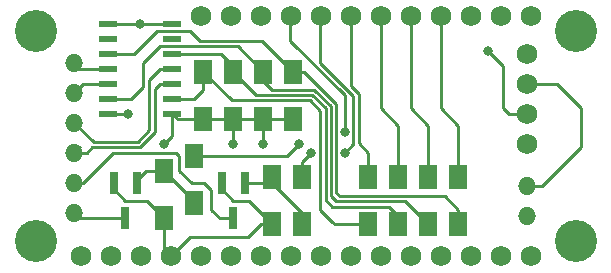
<source format=gbr>
%TF.GenerationSoftware,KiCad,Pcbnew,5.1.9*%
%TF.CreationDate,2021-05-05T23:21:44-05:00*%
%TF.ProjectId,fanfanland,66616e66-616e-46c6-916e-642e6b696361,rev?*%
%TF.SameCoordinates,Original*%
%TF.FileFunction,Copper,L1,Top*%
%TF.FilePolarity,Positive*%
%FSLAX46Y46*%
G04 Gerber Fmt 4.6, Leading zero omitted, Abs format (unit mm)*
G04 Created by KiCad (PCBNEW 5.1.9) date 2021-05-05 23:21:44*
%MOMM*%
%LPD*%
G01*
G04 APERTURE LIST*
%TA.AperFunction,ComponentPad*%
%ADD10O,1.524000X1.524000*%
%TD*%
%TA.AperFunction,ComponentPad*%
%ADD11C,1.748000*%
%TD*%
%TA.AperFunction,SMDPad,CuDef*%
%ADD12R,1.500000X0.600000*%
%TD*%
%TA.AperFunction,SMDPad,CuDef*%
%ADD13R,0.800000X1.900000*%
%TD*%
%TA.AperFunction,SMDPad,CuDef*%
%ADD14R,1.600000X2.000000*%
%TD*%
%TA.AperFunction,WasherPad*%
%ADD15C,3.556000*%
%TD*%
%TA.AperFunction,ViaPad*%
%ADD16C,0.800000*%
%TD*%
%TA.AperFunction,Conductor*%
%ADD17C,0.250000*%
%TD*%
G04 APERTURE END LIST*
D10*
%TO.P,J1,1*%
%TO.N,+9V*%
X86106000Y-63246000D03*
%TO.P,J1,2*%
%TO.N,GND*%
X86106000Y-65786000D03*
%TD*%
D11*
%TO.P,PS1,1*%
%TO.N,GND*%
X86106000Y-59690000D03*
%TO.P,PS1,2*%
%TO.N,+5V*%
X86106000Y-57150000D03*
%TO.P,PS1,3*%
%TO.N,+9V*%
X86106000Y-54610000D03*
%TO.P,PS1,4*%
%TO.N,N/C*%
X86106000Y-52070000D03*
%TD*%
D12*
%TO.P,Q1,14*%
%TO.N,GND*%
X56040000Y-49530000D03*
%TO.P,Q1,13*%
%TO.N,N/C*%
X56040000Y-50800000D03*
%TO.P,Q1,12*%
%TO.N,/Hi_Gate*%
X56040000Y-52070000D03*
%TO.P,Q1,11*%
%TO.N,/Hi*%
X56040000Y-53340000D03*
%TO.P,Q1,10*%
%TO.N,/Off*%
X56040000Y-54610000D03*
%TO.P,Q1,9*%
%TO.N,/Off_Gate*%
X56040000Y-55880000D03*
%TO.P,Q1,8*%
%TO.N,GND*%
X56040000Y-57150000D03*
%TO.P,Q1,7*%
X50640000Y-57150000D03*
%TO.P,Q1,6*%
%TO.N,/Low_Gate*%
X50640000Y-55880000D03*
%TO.P,Q1,5*%
%TO.N,/Low*%
X50640000Y-54610000D03*
%TO.P,Q1,4*%
%TO.N,/Med*%
X50640000Y-53340000D03*
%TO.P,Q1,3*%
%TO.N,/Med_Gate*%
X50640000Y-52070000D03*
%TO.P,Q1,2*%
%TO.N,N/C*%
X50640000Y-50800000D03*
%TO.P,Q1,1*%
%TO.N,GND*%
X50640000Y-49530000D03*
%TD*%
D13*
%TO.P,Q3,1*%
%TO.N,/Rev_Gate*%
X53020000Y-63016000D03*
%TO.P,Q3,2*%
%TO.N,GND*%
X51120000Y-63016000D03*
%TO.P,Q3,3*%
%TO.N,/Rev.*%
X52070000Y-66016000D03*
%TD*%
D14*
%TO.P,R1,1*%
%TO.N,/Hi_Gate*%
X75184000Y-66516000D03*
%TO.P,R1,2*%
%TO.N,/Hi_Pin*%
X75184000Y-62516000D03*
%TD*%
%TO.P,R2,2*%
%TO.N,/Low_Gate*%
X77724000Y-66516000D03*
%TO.P,R2,1*%
%TO.N,/Low_Pin*%
X77724000Y-62516000D03*
%TD*%
%TO.P,R3,1*%
%TO.N,/Med_Pin*%
X80264000Y-62516000D03*
%TO.P,R3,2*%
%TO.N,/Med_Gate*%
X80264000Y-66516000D03*
%TD*%
%TO.P,R4,1*%
%TO.N,/Off_Gate*%
X72644000Y-66516000D03*
%TO.P,R4,2*%
%TO.N,/Off_Pin*%
X72644000Y-62516000D03*
%TD*%
%TO.P,R5,2*%
%TO.N,/Light_G*%
X67056000Y-66516000D03*
%TO.P,R5,1*%
%TO.N,/Light_Pin*%
X67056000Y-62516000D03*
%TD*%
%TO.P,R6,2*%
%TO.N,GND*%
X58674000Y-57626000D03*
%TO.P,R6,1*%
%TO.N,/Off_Gate*%
X58674000Y-53626000D03*
%TD*%
%TO.P,R7,1*%
%TO.N,/Low_Gate*%
X63754000Y-53626000D03*
%TO.P,R7,2*%
%TO.N,GND*%
X63754000Y-57626000D03*
%TD*%
%TO.P,R8,2*%
%TO.N,GND*%
X66294000Y-57626000D03*
%TO.P,R8,1*%
%TO.N,/Med_Gate*%
X66294000Y-53626000D03*
%TD*%
%TO.P,R9,1*%
%TO.N,/Hi_Gate*%
X61214000Y-53626000D03*
%TO.P,R9,2*%
%TO.N,GND*%
X61214000Y-57626000D03*
%TD*%
%TO.P,R10,1*%
%TO.N,GND*%
X64516000Y-66516000D03*
%TO.P,R10,2*%
%TO.N,/Light_G*%
X64516000Y-62516000D03*
%TD*%
%TO.P,R11,2*%
%TO.N,/Rev_Gate*%
X57912000Y-64706000D03*
%TO.P,R11,1*%
%TO.N,/Rev_Pin*%
X57912000Y-60706000D03*
%TD*%
%TO.P,R12,1*%
%TO.N,/Rev_Gate*%
X55372000Y-61976000D03*
%TO.P,R12,2*%
%TO.N,GND*%
X55372000Y-65976000D03*
%TD*%
D15*
%TO.P,U1,*%
%TO.N,*%
X90185001Y-67945001D03*
X44465001Y-67945001D03*
X90185001Y-50165001D03*
X44465001Y-50165001D03*
D11*
%TO.P,U1,12*%
%TO.N,N/C*%
X58435001Y-48895001D03*
%TO.P,U1,11*%
X60975001Y-48895001D03*
%TO.P,U1,10*%
%TO.N,+5V*%
X63515001Y-48895001D03*
%TO.P,U1,9*%
%TO.N,/Rev_Pin*%
X66055001Y-48895001D03*
%TO.P,U1,8*%
%TO.N,/Light_Pin*%
X68595001Y-48895001D03*
%TO.P,U1,7*%
%TO.N,/Off_Pin*%
X71135001Y-48895001D03*
%TO.P,U1,6*%
%TO.N,/Hi_Pin*%
X73675001Y-48895001D03*
%TO.P,U1,5*%
%TO.N,/Low_Pin*%
X76215001Y-48895001D03*
%TO.P,U1,4*%
%TO.N,/Med_Pin*%
X78755001Y-48895001D03*
%TO.P,U1,3*%
%TO.N,N/C*%
X81295001Y-48895001D03*
%TO.P,U1,2*%
X83835001Y-48895001D03*
%TO.P,U1,1*%
X86375001Y-48895001D03*
%TO.P,U1,13*%
X86375001Y-69215001D03*
%TO.P,U1,14*%
X83835001Y-69215001D03*
%TO.P,U1,15*%
X81295001Y-69215001D03*
%TO.P,U1,16*%
X78755001Y-69215001D03*
%TO.P,U1,17*%
X76215001Y-69215001D03*
%TO.P,U1,18*%
X73675001Y-69215001D03*
%TO.P,U1,19*%
X71135001Y-69215001D03*
%TO.P,U1,20*%
X68595001Y-69215001D03*
%TO.P,U1,21*%
X66055001Y-69215001D03*
%TO.P,U1,22*%
X63515001Y-69215001D03*
%TO.P,U1,23*%
X60975001Y-69215001D03*
%TO.P,U1,24*%
X58435001Y-69215001D03*
%TO.P,U1,25*%
%TO.N,GND*%
X55895001Y-69215001D03*
%TO.P,U1,26*%
%TO.N,N/C*%
X53355001Y-69215001D03*
%TO.P,U1,27*%
X50815001Y-69215001D03*
%TO.P,U1,28*%
X48275001Y-69215001D03*
%TD*%
D10*
%TO.P,U2,1*%
%TO.N,/Med*%
X47752000Y-52832000D03*
%TO.P,U2,2*%
%TO.N,/Low*%
X47752000Y-55372000D03*
%TO.P,U2,3*%
%TO.N,/Hi*%
X47752000Y-57912000D03*
%TO.P,U2,4*%
%TO.N,/Off*%
X47752000Y-60452000D03*
%TO.P,U2,5*%
%TO.N,/Light*%
X47752000Y-62992000D03*
%TO.P,U2,6*%
%TO.N,/Rev.*%
X47752000Y-65532000D03*
%TD*%
D13*
%TO.P,Q2,3*%
%TO.N,/Light*%
X61214000Y-66016000D03*
%TO.P,Q2,2*%
%TO.N,GND*%
X60264000Y-63016000D03*
%TO.P,Q2,1*%
%TO.N,/Light_G*%
X62164000Y-63016000D03*
%TD*%
D16*
%TO.N,+5V*%
X82804000Y-51816000D03*
%TO.N,GND*%
X53340000Y-49530000D03*
X52324000Y-57150000D03*
X61214000Y-59690000D03*
X63754000Y-59690000D03*
X55372000Y-59690000D03*
%TO.N,/Light_Pin*%
X67818000Y-60452000D03*
X70655030Y-60452000D03*
%TO.N,/Rev_Pin*%
X66802000Y-59690000D03*
X70655030Y-58674000D03*
%TD*%
D17*
%TO.N,+5V*%
X84074000Y-56642000D02*
X84582000Y-57150000D01*
X84074000Y-53086000D02*
X84074000Y-56642000D01*
X84582000Y-57150000D02*
X86106000Y-57150000D01*
X82804000Y-51816000D02*
X84074000Y-53086000D01*
%TO.N,GND*%
X50640000Y-49530000D02*
X53340000Y-49530000D01*
X56040000Y-49530000D02*
X53340000Y-49530000D01*
X50640000Y-57150000D02*
X52324000Y-57150000D01*
X61214000Y-57626000D02*
X61214000Y-59690000D01*
X56516000Y-57626000D02*
X56040000Y-57150000D01*
X58674000Y-57626000D02*
X56516000Y-57626000D01*
X58674000Y-57626000D02*
X61214000Y-57626000D01*
X63754000Y-57626000D02*
X61214000Y-57626000D01*
X63754000Y-57626000D02*
X66294000Y-57626000D01*
X63754000Y-57626000D02*
X63754000Y-59690000D01*
X56040000Y-59022000D02*
X55372000Y-59690000D01*
X56040000Y-57150000D02*
X56040000Y-59022000D01*
X51120000Y-63016000D02*
X51120000Y-63566000D01*
X51120000Y-63566000D02*
X52070000Y-64516000D01*
X53912000Y-64516000D02*
X55372000Y-65976000D01*
X52070000Y-64516000D02*
X53912000Y-64516000D01*
X55372000Y-68692000D02*
X55895001Y-69215001D01*
X55372000Y-65976000D02*
X55372000Y-68692000D01*
X60264000Y-63016000D02*
X60264000Y-63566000D01*
X60264000Y-63566000D02*
X61214000Y-64516000D01*
X62516000Y-64516000D02*
X64516000Y-66516000D01*
X61214000Y-64516000D02*
X62516000Y-64516000D01*
X64516000Y-66516000D02*
X63532000Y-66516000D01*
X63532000Y-66516000D02*
X62484000Y-67564000D01*
X57546002Y-67564000D02*
X55895001Y-69215001D01*
X62484000Y-67564000D02*
X57546002Y-67564000D01*
%TO.N,+9V*%
X90678000Y-59722000D02*
X90678000Y-56642000D01*
X88646000Y-54610000D02*
X86106000Y-54610000D01*
X90678000Y-56642000D02*
X88646000Y-54610000D01*
X86106000Y-63246000D02*
X87376000Y-63246000D01*
X90678000Y-59944000D02*
X90678000Y-59722000D01*
X87376000Y-63246000D02*
X90678000Y-59944000D01*
%TO.N,/Hi_Gate*%
X61214000Y-53626000D02*
X61214000Y-53086000D01*
X60198000Y-52070000D02*
X56040000Y-52070000D01*
X61214000Y-53086000D02*
X60198000Y-52070000D01*
X75184000Y-65786000D02*
X75184000Y-66516000D01*
X74422000Y-65024000D02*
X75184000Y-65786000D01*
X69030010Y-64458010D02*
X69596000Y-65024000D01*
X69596000Y-65024000D02*
X74422000Y-65024000D01*
X69030010Y-56709600D02*
X69030010Y-64458010D01*
X67888421Y-55568011D02*
X69030010Y-56709600D01*
X63156010Y-55568010D02*
X67888421Y-55568011D01*
X61214000Y-53626000D02*
X63156010Y-55568010D01*
%TO.N,/Hi*%
X49391980Y-59551980D02*
X47752000Y-57912000D01*
X54102000Y-58547000D02*
X53097020Y-59551980D01*
X54102000Y-54278000D02*
X54102000Y-58547000D01*
X55040000Y-53340000D02*
X54102000Y-54278000D01*
X53097020Y-59551980D02*
X49391980Y-59551980D01*
X56040000Y-53340000D02*
X55040000Y-53340000D01*
%TO.N,/Off*%
X48202010Y-60001990D02*
X47752000Y-60452000D01*
X56040000Y-54610000D02*
X55040000Y-54610000D01*
X55040000Y-54610000D02*
X54610000Y-55040000D01*
X54610000Y-55040000D02*
X54610000Y-58675411D01*
X54610000Y-58675411D02*
X53283420Y-60001991D01*
X53283420Y-60001991D02*
X49279639Y-60001991D01*
X49279639Y-60001991D02*
X48829630Y-60452000D01*
X48829630Y-60452000D02*
X47752000Y-60452000D01*
%TO.N,/Off_Gate*%
X61066020Y-56018020D02*
X67564000Y-56018020D01*
X58674000Y-53626000D02*
X61066020Y-56018020D01*
X67564000Y-56018020D02*
X67702020Y-56018020D01*
X67702020Y-56018020D02*
X68580000Y-56896000D01*
X68580000Y-56896000D02*
X68580000Y-65278000D01*
X68580000Y-65278000D02*
X69596000Y-66294000D01*
X72644000Y-66516000D02*
X69818000Y-66516000D01*
X69818000Y-66516000D02*
X69596000Y-66294000D01*
X58674000Y-53626000D02*
X58674000Y-55118000D01*
X57912000Y-55880000D02*
X56040000Y-55880000D01*
X58674000Y-55118000D02*
X57912000Y-55880000D01*
%TO.N,/Low_Gate*%
X63754000Y-53626000D02*
X61572999Y-51444999D01*
X55029999Y-51444999D02*
X53594000Y-52880998D01*
X61572999Y-51444999D02*
X55029999Y-51444999D01*
X53594000Y-52880998D02*
X53594000Y-54864000D01*
X52578000Y-55880000D02*
X50640000Y-55880000D01*
X53594000Y-54864000D02*
X52578000Y-55880000D01*
X64516000Y-55118000D02*
X67564000Y-55118000D01*
X63754000Y-54356000D02*
X64516000Y-55118000D01*
X63754000Y-53626000D02*
X63754000Y-54356000D01*
X68074822Y-55118002D02*
X69480020Y-56523200D01*
X67564000Y-55118000D02*
X68074822Y-55118002D01*
X69480020Y-64146020D02*
X69907990Y-64573990D01*
X69480020Y-56523200D02*
X69480020Y-64146020D01*
X75781990Y-64573990D02*
X77724000Y-66516000D01*
X69907990Y-64573990D02*
X75781990Y-64573990D01*
%TO.N,/Low*%
X48514000Y-54610000D02*
X50640000Y-54610000D01*
X47752000Y-55372000D02*
X48514000Y-54610000D01*
%TO.N,/Med*%
X47752000Y-52832000D02*
X48260000Y-53340000D01*
X48260000Y-53340000D02*
X50640000Y-53340000D01*
%TO.N,/Med_Gate*%
X66294000Y-53626000D02*
X63662989Y-50994989D01*
X63662989Y-50994989D02*
X58360989Y-50994989D01*
X58360989Y-50994989D02*
X57521001Y-50155001D01*
X57521001Y-50155001D02*
X54746999Y-50155001D01*
X52832000Y-52070000D02*
X50640000Y-52070000D01*
X54746999Y-50155001D02*
X52832000Y-52070000D01*
X67219230Y-53626000D02*
X69930030Y-56336800D01*
X66294000Y-53626000D02*
X67219230Y-53626000D01*
X69930030Y-63834030D02*
X70219980Y-64123980D01*
X69930030Y-56336800D02*
X69930030Y-63834030D01*
X70219980Y-64123980D02*
X79109980Y-64123980D01*
X80264000Y-65278000D02*
X80264000Y-66516000D01*
X79109980Y-64123980D02*
X80264000Y-65278000D01*
%TO.N,/Light*%
X59309000Y-65278000D02*
X60047000Y-66016000D01*
X59309000Y-63627000D02*
X59309000Y-65278000D01*
X58698000Y-63016000D02*
X59309000Y-63627000D01*
X56642000Y-61976000D02*
X57682000Y-63016000D01*
X56642000Y-60706000D02*
X56642000Y-61976000D01*
X60047000Y-66016000D02*
X61214000Y-66016000D01*
X56388000Y-60452000D02*
X56642000Y-60706000D01*
X51054000Y-60452000D02*
X56388000Y-60452000D01*
X48514000Y-62992000D02*
X51054000Y-60452000D01*
X57682000Y-63016000D02*
X58698000Y-63016000D01*
X47752000Y-62992000D02*
X48514000Y-62992000D01*
%TO.N,/Light_G*%
X67056000Y-66516000D02*
X67056000Y-65532000D01*
X64516000Y-62992000D02*
X64516000Y-62516000D01*
X67056000Y-65532000D02*
X64516000Y-62992000D01*
X64016000Y-63016000D02*
X64516000Y-62516000D01*
X62164000Y-63016000D02*
X64016000Y-63016000D01*
%TO.N,/Rev_Gate*%
X53020000Y-63016000D02*
X53020000Y-62804000D01*
X53848000Y-61976000D02*
X55372000Y-61976000D01*
X53020000Y-62804000D02*
X53848000Y-61976000D01*
X57912000Y-64516000D02*
X55372000Y-61976000D01*
X57912000Y-64706000D02*
X57912000Y-64516000D01*
%TO.N,/Rev.*%
X48236000Y-66016000D02*
X47752000Y-65532000D01*
X52070000Y-66016000D02*
X48236000Y-66016000D01*
%TO.N,/Hi_Pin*%
X75184000Y-62516000D02*
X75184000Y-58166000D01*
X73675001Y-56657001D02*
X73675001Y-48895001D01*
X75184000Y-58166000D02*
X73675001Y-56657001D01*
%TO.N,/Low_Pin*%
X77724000Y-62516000D02*
X77724000Y-58166000D01*
X76215001Y-56657001D02*
X76215001Y-48895001D01*
X77724000Y-58166000D02*
X76215001Y-56657001D01*
%TO.N,/Med_Pin*%
X80264000Y-62516000D02*
X80264000Y-58166000D01*
X78755001Y-56657001D02*
X78755001Y-48895001D01*
X80264000Y-58166000D02*
X78755001Y-56657001D01*
%TO.N,/Off_Pin*%
X71135001Y-54809179D02*
X71135001Y-48895001D01*
X71824009Y-55498187D02*
X71135001Y-54809179D01*
X71824010Y-56330010D02*
X71824009Y-55498187D01*
X71830041Y-59638041D02*
X71830041Y-56336041D01*
X71830041Y-56336041D02*
X71824010Y-56330010D01*
X72644000Y-60452000D02*
X71830041Y-59638041D01*
X72644000Y-62516000D02*
X72644000Y-60452000D01*
%TO.N,/Light_Pin*%
X67056000Y-61214000D02*
X67818000Y-60452000D01*
X67056000Y-62516000D02*
X67056000Y-61214000D01*
X71380031Y-59726999D02*
X71380031Y-57410031D01*
X70655030Y-60452000D02*
X71380031Y-59726999D01*
X71380031Y-57410031D02*
X71374000Y-57404000D01*
X71374000Y-57404000D02*
X71374000Y-55684588D01*
X71374000Y-55684588D02*
X68580000Y-52890588D01*
X68580000Y-48910002D02*
X68595001Y-48895001D01*
X68580000Y-52890588D02*
X68580000Y-48910002D01*
%TO.N,/Rev_Pin*%
X65786000Y-60706000D02*
X66802000Y-59690000D01*
X57912000Y-60706000D02*
X65786000Y-60706000D01*
X70655030Y-55602028D02*
X66040000Y-50986998D01*
X70655030Y-58674000D02*
X70655030Y-55602028D01*
X66040000Y-48910002D02*
X66055001Y-48895001D01*
X66040000Y-50986998D02*
X66040000Y-48910002D01*
%TD*%
M02*

</source>
